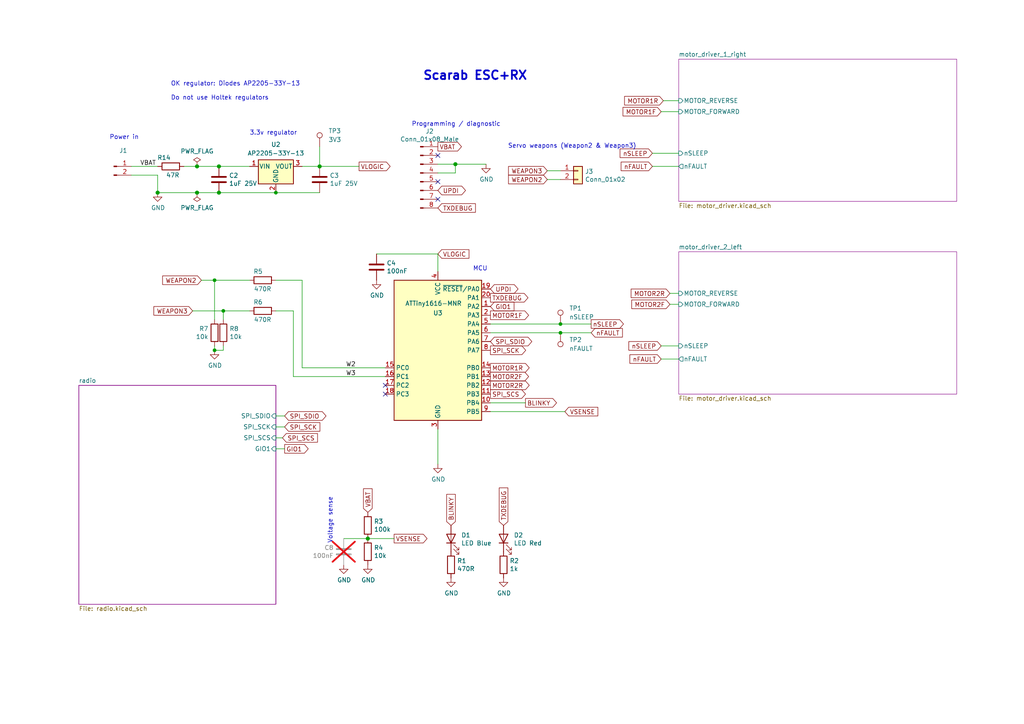
<source format=kicad_sch>
(kicad_sch (version 20230121) (generator eeschema)
  (paper "A4")
  (title_block (title "Scarab ESC+RX") (date "2024-02-04") (company "Mark Robson"))
  (lib_symbols
    (symbol "Connector:Conn_01x02_Pin" (pin_names (offset 1.016) hide)
      (property "Reference" "J" (at 0 2.54 0))
      (property "Value" "Conn_01x02_Pin" (at 0 -5.08 0))
      (symbol "Conn_01x02_Pin_1_1"
        (polyline (pts (xy 1.27 -2.54) (xy 0.8636 -2.54)) (stroke (width 0.1524)))
        (polyline (pts (xy 1.27 0) (xy 0.8636 0)) (stroke (width 0.1524)))
        (rectangle (start 0.8636 -2.413) (end 0 -2.667) (stroke (width 0.1524)) (fill (type outline)))
        (rectangle (start 0.8636 0.127) (end 0 -0.127) (stroke (width 0.1524)) (fill (type outline)))
        (pin passive line (at 5.08 0 180) (length 3.81) (name "Pin_1") (number "1"))
        (pin passive line (at 5.08 -2.54 180) (length 3.81) (name "Pin_2") (number "2"))
      )
    )
    (symbol "Connector:Conn_01x08_Pin" (pin_names (offset 1.016) hide)
      (property "Reference" "J" (at 0 10.16 0))
      (property "Value" "Conn_01x08_Pin" (at 0 -12.7 0))
      (symbol "Conn_01x08_Pin_1_1"
        (polyline (pts (xy 1.27 -10.16) (xy 0.8636 -10.16)) (stroke (width 0.1524)))
        (polyline (pts (xy 1.27 -7.62) (xy 0.8636 -7.62)) (stroke (width 0.1524)))
        (polyline (pts (xy 1.27 -5.08) (xy 0.8636 -5.08)) (stroke (width 0.1524)))
        (polyline (pts (xy 1.27 -2.54) (xy 0.8636 -2.54)) (stroke (width 0.1524)))
        (polyline (pts (xy 1.27 0) (xy 0.8636 0)) (stroke (width 0.1524)))
        (polyline (pts (xy 1.27 2.54) (xy 0.8636 2.54)) (stroke (width 0.1524)))
        (polyline (pts (xy 1.27 5.08) (xy 0.8636 5.08)) (stroke (width 0.1524)))
        (polyline (pts (xy 1.27 7.62) (xy 0.8636 7.62)) (stroke (width 0.1524)))
        (rectangle (start 0.8636 -10.033) (end 0 -10.287) (stroke (width 0.1524)) (fill (type outline)))
        (rectangle (start 0.8636 -7.493) (end 0 -7.747) (stroke (width 0.1524)) (fill (type outline)))
        (rectangle (start 0.8636 -4.953) (end 0 -5.207) (stroke (width 0.1524)) (fill (type outline)))
        (rectangle (start 0.8636 -2.413) (end 0 -2.667) (stroke (width 0.1524)) (fill (type outline)))
        (rectangle (start 0.8636 0.127) (end 0 -0.127) (stroke (width 0.1524)) (fill (type outline)))
        (rectangle (start 0.8636 2.667) (end 0 2.413) (stroke (width 0.1524)) (fill (type outline)))
        (rectangle (start 0.8636 5.207) (end 0 4.953) (stroke (width 0.1524)) (fill (type outline)))
        (rectangle (start 0.8636 7.747) (end 0 7.493) (stroke (width 0.1524)) (fill (type outline)))
        (pin passive line (at 5.08 7.62 180) (length 3.81) (name "Pin_1") (number "1"))
        (pin passive line (at 5.08 5.08 180) (length 3.81) (name "Pin_2") (number "2"))
        (pin passive line (at 5.08 2.54 180) (length 3.81) (name "Pin_3") (number "3"))
        (pin passive line (at 5.08 0 180) (length 3.81) (name "Pin_4") (number "4"))
        (pin passive line (at 5.08 -2.54 180) (length 3.81) (name "Pin_5") (number "5"))
        (pin passive line (at 5.08 -5.08 180) (length 3.81) (name "Pin_6") (number "6"))
        (pin passive line (at 5.08 -7.62 180) (length 3.81) (name "Pin_7") (number "7"))
        (pin passive line (at 5.08 -10.16 180) (length 3.81) (name "Pin_8") (number "8"))
      )
    )
    (symbol "Connector:TestPoint" (pin_numbers hide) (pin_names (offset 0.762) hide)
      (property "Reference" "TP" (at 0 6.858 0))
      (property "Value" "TestPoint" (at 0 5.08 0))
      (symbol "TestPoint_0_1"
        (circle (center 0 3.302) (radius 0.762))
      )
      (symbol "TestPoint_1_1"
        (pin passive line (at 0 0 90) (length 2.54) (name "1") (number "1"))
      )
    )
    (symbol "Connector_Generic:Conn_01x02" (pin_names (offset 1.016) hide)
      (property "Reference" "J" (at 0 2.54 0))
      (property "Value" "Conn_01x02" (at 0 -5.08 0))
      (symbol "Conn_01x02_1_1"
        (rectangle (start -1.27 -2.413) (end 0 -2.667) (stroke (width 0.1524)))
        (rectangle (start -1.27 0.127) (end 0 -0.127) (stroke (width 0.1524)))
        (rectangle (start -1.27 1.27) (end 1.27 -3.81) (stroke (width 0.254)) (fill (type background)))
        (pin passive line (at -5.08 0 0) (length 3.81) (name "Pin_1") (number "1"))
        (pin passive line (at -5.08 -2.54 0) (length 3.81) (name "Pin_2") (number "2"))
      )
    )
    (symbol "Device:C" (pin_numbers hide) (pin_names (offset 0.254))
      (property "Reference" "C" (at 0.635 2.54 0))
      (property "Value" "C" (at 0.635 -2.54 0))
      (symbol "C_0_1"
        (polyline (pts (xy -2.032 -0.762) (xy 2.032 -0.762)) (stroke (width 0.508)))
        (polyline (pts (xy -2.032 0.762) (xy 2.032 0.762)) (stroke (width 0.508)))
      )
      (symbol "C_1_1"
        (pin passive line (at 0 3.81 270) (length 2.794) (name "~") (number "1"))
        (pin passive line (at 0 -3.81 90) (length 2.794) (name "~") (number "2"))
      )
    )
    (symbol "Device:LED" (pin_numbers hide) (pin_names (offset 1.016) hide)
      (property "Reference" "D" (at 0 2.54 0))
      (property "Value" "LED" (at 0 -2.54 0))
      (symbol "LED_0_1"
        (polyline (pts (xy -1.27 -1.27) (xy -1.27 1.27)) (stroke (width 0.254)))
        (polyline (pts (xy -1.27 0) (xy 1.27 0)))
        (polyline (pts (xy 1.27 -1.27) (xy 1.27 1.27) (xy -1.27 0) (xy 1.27 -1.27)) (stroke (width 0.254)))
        (polyline (pts (xy -3.048 -0.762) (xy -4.572 -2.286) (xy -3.81 -2.286) (xy -4.572 -2.286) (xy -4.572 -1.524)))
        (polyline (pts (xy -1.778 -0.762) (xy -3.302 -2.286) (xy -2.54 -2.286) (xy -3.302 -2.286) (xy -3.302 -1.524)))
      )
      (symbol "LED_1_1"
        (pin passive line (at -3.81 0 0) (length 2.54) (name "K") (number "1"))
        (pin passive line (at 3.81 0 180) (length 2.54) (name "A") (number "2"))
      )
    )
    (symbol "Device:R" (pin_numbers hide) (pin_names (offset 0))
      (property "Reference" "R" (at 2.032 0 90))
      (property "Value" "R" (at 0 0 90))
      (symbol "R_0_1"
        (rectangle (start -1.016 -2.54) (end 1.016 2.54) (stroke (width 0.254)))
      )
      (symbol "R_1_1"
        (pin passive line (at 0 3.81 270) (length 1.27) (name "~") (number "1"))
        (pin passive line (at 0 -3.81 90) (length 1.27) (name "~") (number "2"))
      )
    )
    (symbol "MCU_Microchip_ATtiny:ATtiny1616-M"
      (property "Reference" "U" (at -12.7 21.59 0))
      (property "Value" "ATtiny1616-M" (at 2.54 -21.59 0))
      (symbol "ATtiny1616-M_0_1"
        (rectangle (start -12.7 -20.32) (end 12.7 20.32) (stroke (width 0.254)) (fill (type background)))
      )
      (symbol "ATtiny1616-M_1_1"
        (pin bidirectional line (at 15.24 12.7 180) (length 2.54) (name "PA2") (number "1"))
        (pin bidirectional line (at 15.24 -15.24 180) (length 2.54) (name "PB4") (number "10"))
        (pin bidirectional line (at 15.24 -12.7 180) (length 2.54) (name "PB3") (number "11"))
        (pin bidirectional line (at 15.24 -10.16 180) (length 2.54) (name "PB2") (number "12"))
        (pin bidirectional line (at 15.24 -7.62 180) (length 2.54) (name "PB1") (number "13"))
        (pin bidirectional line (at 15.24 -5.08 180) (length 2.54) (name "PB0") (number "14"))
        (pin bidirectional line (at -15.24 -5.08 0) (length 2.54) (name "PC0") (number "15"))
        (pin bidirectional line (at -15.24 -7.62 0) (length 2.54) (name "PC1") (number "16"))
        (pin bidirectional line (at -15.24 -10.16 0) (length 2.54) (name "PC2") (number "17"))
        (pin bidirectional line (at -15.24 -12.7 0) (length 2.54) (name "PC3") (number "18"))
        (pin bidirectional line (at 15.24 17.78 180) (length 2.54) (name "~{RESET}/PA0") (number "19"))
        (pin bidirectional line (at 15.24 10.16 180) (length 2.54) (name "PA3") (number "2"))
        (pin bidirectional line (at 15.24 15.24 180) (length 2.54) (name "PA1") (number "20"))
        (pin passive line (at 0 -22.86 90) (length 2.54) hide (name "GND") (number "21"))
        (pin power_in line (at 0 -22.86 90) (length 2.54) (name "GND") (number "3"))
        (pin power_in line (at 0 22.86 270) (length 2.54) (name "VCC") (number "4"))
        (pin bidirectional line (at 15.24 7.62 180) (length 2.54) (name "PA4") (number "5"))
        (pin bidirectional line (at 15.24 5.08 180) (length 2.54) (name "PA5") (number "6"))
        (pin bidirectional line (at 15.24 2.54 180) (length 2.54) (name "PA6") (number "7"))
        (pin bidirectional line (at 15.24 0 180) (length 2.54) (name "PA7") (number "8"))
        (pin bidirectional line (at 15.24 -17.78 180) (length 2.54) (name "PB5") (number "9"))
      )
    )
    (symbol "power:GND" (power) (pin_names (offset 0))
      (property "Value" "GND" (at 0 -3.81 0))
      (symbol "GND_0_1"
        (polyline (pts (xy 0 0) (xy 0 -1.27) (xy 1.27 -1.27) (xy 0 -2.54) (xy -1.27 -1.27) (xy 0 -1.27)))
      )
      (symbol "GND_1_1"
        (pin power_in line (at 0 0 270) (length 0) hide (name "GND") (number "1"))
      )
    )
    (symbol "power:PWR_FLAG" (power) (pin_numbers hide) (pin_names (offset 0) hide)
      (property "Value" "PWR_FLAG" (at 0 3.81 0))
      (symbol "PWR_FLAG_0_0"
        (pin power_out line (at 0 0 90) (length 0) (name "pwr") (number "1"))
      )
      (symbol "PWR_FLAG_0_1"
        (polyline (pts (xy 0 0) (xy 0 1.27) (xy -1.016 1.905) (xy 0 2.54) (xy 1.016 1.905) (xy 0 1.27)))
      )
    )
    (symbol "scarab:AP2205-33Y-13" (pin_names (offset 0.254))
      (property "Reference" "U" (at -5.08 3.175 0))
      (property "Value" "AP2205-33Y-13" (at 0 3.175 0))
      (symbol "AP2205-33Y-13_0_1"
        (rectangle (start -5.08 1.905) (end 5.08 -5.08) (stroke (width 0.254)) (fill (type background)))
      )
      (symbol "AP2205-33Y-13_1_1"
        (pin power_in line (at -7.62 0 0) (length 2.54) (name "VIN") (number "1"))
        (pin power_in line (at 0 -7.62 90) (length 2.54) (name "GND") (number "2"))
        (pin power_out line (at 7.62 0 180) (length 2.54) (name "VOUT") (number "3"))
      )
    )
  )
  (junction (at 132.08 47.625) (diameter 1.016))
  (junction (at 57.15 55.88) (diameter 1.016))
  (junction (at 62.23 101.6))
  (junction (at 64.77 90.17))
  (junction (at 63.5 55.88) (diameter 1.016))
  (junction (at 92.71 48.26) (diameter 1.016))
  (junction (at 162.56 96.52))
  (junction (at 45.72 55.88) (diameter 1.016))
  (junction (at 162.56 93.98))
  (junction (at 62.23 81.28))
  (junction (at 80.01 55.88))
  (junction (at 57.15 48.26) (diameter 1.016))
  (junction (at 106.68 156.21) (diameter 1.016))
  (junction (at 63.5 48.26) (diameter 1.016))
  (no_connect (at 127 57.785))
  (no_connect (at 111.76 114.3))
  (no_connect (at 127 52.705))
  (no_connect (at 111.76 111.76))
  (no_connect (at 127 45.085))
  (wire (pts (xy 92.71 42.545) (xy 92.71 48.26)))
  (wire (pts (xy 158.75 52.07) (xy 162.56 52.07)))
  (wire (pts (xy 127 73.66) (xy 109.22 73.66)))
  (wire (pts (xy 85.09 90.17) (xy 85.09 109.22)))
  (wire (pts (xy 194.31 88.265) (xy 196.85 88.265)))
  (wire (pts (xy 132.08 50.165) (xy 132.08 47.625)))
  (wire (pts (xy 80.01 120.65) (xy 82.55 120.65)))
  (wire (pts (xy 57.15 48.26) (xy 63.5 48.26)))
  (wire (pts (xy 162.56 93.98) (xy 142.24 93.98)))
  (wire (pts (xy 62.23 100.33) (xy 62.23 101.6)))
  (wire (pts (xy 38.1 48.26) (xy 45.72 48.26)))
  (wire (pts (xy 114.3 156.21) (xy 106.68 156.21)))
  (wire (pts (xy 45.72 55.88) (xy 57.15 55.88)))
  (wire (pts (xy 64.77 90.17) (xy 72.39 90.17)))
  (wire (pts (xy 53.34 48.26) (xy 57.15 48.26)))
  (wire (pts (xy 191.77 100.33) (xy 196.85 100.33)))
  (wire (pts (xy 191.77 32.385) (xy 196.85 32.385)))
  (wire (pts (xy 80.01 123.825) (xy 82.55 123.825)))
  (wire (pts (xy 111.76 106.68) (xy 87.63 106.68)))
  (wire (pts (xy 142.24 119.38) (xy 163.83 119.38)))
  (wire (pts (xy 127 47.625) (xy 132.08 47.625)))
  (wire (pts (xy 191.77 104.14) (xy 196.85 104.14)))
  (wire (pts (xy 87.63 81.28) (xy 80.01 81.28)))
  (wire (pts (xy 55.88 90.17) (xy 64.77 90.17)))
  (wire (pts (xy 80.01 55.88) (xy 92.71 55.88)))
  (wire (pts (xy 80.01 90.17) (xy 85.09 90.17)))
  (wire (pts (xy 62.23 101.6) (xy 64.77 101.6)))
  (wire (pts (xy 194.31 85.09) (xy 196.85 85.09)))
  (wire (pts (xy 64.77 100.33) (xy 64.77 101.6)))
  (wire (pts (xy 87.63 106.68) (xy 87.63 81.28)))
  (wire (pts (xy 58.42 81.28) (xy 62.23 81.28)))
  (wire (pts (xy 63.5 55.88) (xy 80.01 55.88)))
  (wire (pts (xy 162.56 96.52) (xy 142.24 96.52)))
  (wire (pts (xy 127 50.165) (xy 132.08 50.165)))
  (wire (pts (xy 171.45 93.98) (xy 162.56 93.98)))
  (wire (pts (xy 127 73.66) (xy 127 78.74)))
  (wire (pts (xy 62.23 81.28) (xy 72.39 81.28)))
  (wire (pts (xy 80.01 127) (xy 81.915 127)))
  (wire (pts (xy 171.45 96.52) (xy 162.56 96.52)))
  (wire (pts (xy 63.5 48.26) (xy 72.39 48.26)))
  (wire (pts (xy 189.23 44.45) (xy 196.85 44.45)))
  (wire (pts (xy 38.1 50.8) (xy 45.72 50.8)))
  (wire (pts (xy 64.77 90.17) (xy 64.77 92.71)))
  (wire (pts (xy 87.63 48.26) (xy 92.71 48.26)))
  (wire (pts (xy 62.23 81.28) (xy 62.23 92.71)))
  (wire (pts (xy 127 124.46) (xy 127 134.62)))
  (wire (pts (xy 132.08 47.625) (xy 140.97 47.625)))
  (wire (pts (xy 99.695 156.21) (xy 106.68 156.21)))
  (wire (pts (xy 57.15 55.88) (xy 63.5 55.88)))
  (wire (pts (xy 158.75 49.53) (xy 162.56 49.53)))
  (wire (pts (xy 192.405 29.21) (xy 196.85 29.21)))
  (wire (pts (xy 45.72 50.8) (xy 45.72 55.88)))
  (wire (pts (xy 142.24 116.84) (xy 152.4 116.84)))
  (wire (pts (xy 80.01 130.175) (xy 82.55 130.175)))
  (wire (pts (xy 85.09 109.22) (xy 111.76 109.22)))
  (wire (pts (xy 189.23 48.26) (xy 196.85 48.26)))
  (wire (pts (xy 92.71 48.26) (xy 104.14 48.26)))
  (text "Voltage sense" (at 96.52 144.145 90) (effects (font (size 1.27 1.27)) (justify right bottom)))
  (text "Power in" (at 31.75 40.64 0) (effects (font (size 1.27 1.27)) (justify left bottom)))
  (text "Servo weapons (Weapon2 & Weapon3)" (at 147.32 43.18 0) (effects (font (size 1.27 1.27)) (justify left bottom)))
  (text "Programming / diagnostic" (at 119.38 36.83 0) (effects (font (size 1.27 1.27)) (justify left bottom)))
  (text "${TITLE}" (at 122.555 23.495 0) (effects (font (size 2.5 2.5) (thickness 0.5) bold) (justify left bottom)))
  (text "OK regulator: Diodes AP2205-33Y-13\n\nDo not use Holtek regulators" (at 49.53 29.21 0) (effects (font (size 1.27 1.27)) (justify left bottom)))
  (text "MCU\n" (at 137.16 78.74 0) (effects (font (size 1.27 1.27)) (justify left bottom)))
  (text "3.3v regulator" (at 72.39 39.37 0) (effects (font (size 1.27 1.27)) (justify left bottom)))
  (label "W2" (at 100.33 106.68 0))
  (label "VBAT" (at 40.64 48.26 0))
  (label "W3" (at 100.33 109.22 0))
  (global_label "MOTOR1F" (shape output) (at 142.24 91.44 0) (property "Intersheetrefs" "${INTERSHEET_REFS}" (effects hide)))
  (global_label "nSLEEP" (shape input) (at 191.77 100.33 180) (property "Intersheetrefs" "${INTERSHEET_REFS}" (effects hide)))
  (global_label "TXDEBUG" (shape input) (at 127 60.325 0) (property "Intersheetrefs" "${INTERSHEET_REFS}" (effects hide)))
  (global_label "nFAULT" (shape input) (at 191.77 104.14 180) (property "Intersheetrefs" "${INTERSHEET_REFS}" (effects hide)))
  (global_label "SPI_SCS" (shape output) (at 142.24 114.3 0) (property "Intersheetrefs" "${INTERSHEET_REFS}" (effects hide)))
  (global_label "VBAT" (shape output) (at 127 42.545 0) (property "Intersheetrefs" "${INTERSHEET_REFS}" (effects hide)))
  (global_label "SPI_SDIO" (shape bidirectional) (at 142.24 99.06 0) (property "Intersheetrefs" "${INTERSHEET_REFS}" (effects hide)))
  (global_label "BLINKY" (shape input) (at 130.81 152.4 90) (property "Intersheetrefs" "${INTERSHEET_REFS}" (effects hide)))
  (global_label "nFAULT" (shape input) (at 189.23 48.26 180) (property "Intersheetrefs" "${INTERSHEET_REFS}" (effects hide)))
  (global_label "nSLEEP" (shape output) (at 171.45 93.98 0) (property "Intersheetrefs" "${INTERSHEET_REFS}" (effects hide)))
  (global_label "GIO1" (shape output) (at 82.55 130.175 0) (property "Intersheetrefs" "${INTERSHEET_REFS}" (effects hide)))
  (global_label "UPDI" (shape bidirectional) (at 142.24 83.82 0) (property "Intersheetrefs" "${INTERSHEET_REFS}" (effects hide)))
  (global_label "BLINKY" (shape output) (at 152.4 116.84 0) (property "Intersheetrefs" "${INTERSHEET_REFS}" (effects hide)))
  (global_label "MOTOR1F" (shape input) (at 191.77 32.385 180) (property "Intersheetrefs" "${INTERSHEET_REFS}" (effects hide)))
  (global_label "WEAPON2" (shape input) (at 58.42 81.28 180) (property "Intersheetrefs" "${INTERSHEET_REFS}" (effects hide)))
  (global_label "MOTOR1R" (shape output) (at 142.24 106.68 0) (property "Intersheetrefs" "${INTERSHEET_REFS}" (effects hide)))
  (global_label "MOTOR1R" (shape input) (at 192.405 29.21 180) (property "Intersheetrefs" "${INTERSHEET_REFS}" (effects hide)))
  (global_label "VBAT" (shape input) (at 106.68 148.59 90) (property "Intersheetrefs" "${INTERSHEET_REFS}" (effects hide)))
  (global_label "SPI_SCK" (shape output) (at 142.24 101.6 0) (property "Intersheetrefs" "${INTERSHEET_REFS}" (effects hide)))
  (global_label "MOTOR2F" (shape output) (at 142.24 109.22 0) (property "Intersheetrefs" "${INTERSHEET_REFS}" (effects hide)))
  (global_label "MOTOR2F" (shape input) (at 194.31 88.265 180) (property "Intersheetrefs" "${INTERSHEET_REFS}" (effects hide)))
  (global_label "WEAPON2" (shape input) (at 158.75 52.07 180) (property "Intersheetrefs" "${INTERSHEET_REFS}" (effects hide)))
  (global_label "SPI_SDIO" (shape bidirectional) (at 82.55 120.65 0) (property "Intersheetrefs" "${INTERSHEET_REFS}" (effects hide)))
  (global_label "SPI_SCS" (shape input) (at 81.915 127 0) (property "Intersheetrefs" "${INTERSHEET_REFS}" (effects hide)))
  (global_label "VLOGIC" (shape input) (at 127 73.66 0) (property "Intersheetrefs" "${INTERSHEET_REFS}" (effects hide)))
  (global_label "WEAPON3" (shape input) (at 158.75 49.53 180) (property "Intersheetrefs" "${INTERSHEET_REFS}" (effects hide)))
  (global_label "VSENSE" (shape output) (at 114.3 156.21 0) (property "Intersheetrefs" "${INTERSHEET_REFS}" (effects hide)))
  (global_label "nFAULT" (shape input) (at 171.45 96.52 0) (property "Intersheetrefs" "${INTERSHEET_REFS}" (effects hide)))
  (global_label "GIO1" (shape input) (at 142.24 88.9 0) (property "Intersheetrefs" "${INTERSHEET_REFS}" (effects hide)))
  (global_label "UPDI" (shape bidirectional) (at 127 55.245 0) (property "Intersheetrefs" "${INTERSHEET_REFS}" (effects hide)))
  (global_label "nSLEEP" (shape input) (at 189.23 44.45 180) (property "Intersheetrefs" "${INTERSHEET_REFS}" (effects hide)))
  (global_label "MOTOR2R" (shape input) (at 194.31 85.09 180) (property "Intersheetrefs" "${INTERSHEET_REFS}" (effects hide)))
  (global_label "MOTOR2R" (shape output) (at 142.24 111.76 0) (property "Intersheetrefs" "${INTERSHEET_REFS}" (effects hide)))
  (global_label "TXDEBUG" (shape input) (at 146.05 152.4 90) (property "Intersheetrefs" "${INTERSHEET_REFS}" (effects hide)))
  (global_label "TXDEBUG" (shape output) (at 142.24 86.36 0) (property "Intersheetrefs" "${INTERSHEET_REFS}" (effects hide)))
  (global_label "WEAPON3" (shape input) (at 55.88 90.17 180) (property "Intersheetrefs" "${INTERSHEET_REFS}" (effects hide)))
  (global_label "VLOGIC" (shape output) (at 104.14 48.26 0) (property "Intersheetrefs" "${INTERSHEET_REFS}" (effects hide)))
  (global_label "VSENSE" (shape input) (at 163.83 119.38 0) (property "Intersheetrefs" "${INTERSHEET_REFS}" (effects hide)))
  (global_label "SPI_SCK" (shape input) (at 82.55 123.825 0) (property "Intersheetrefs" "${INTERSHEET_REFS}" (effects hide)))
  (symbol (lib_id "Device:R") (at 49.53 48.26 90) (unit 1)
    (property "Reference" "R14" (at 49.53 45.72 90) (effects (justify left)))
    (property "Value" "47R" (at 52.07 50.8 90) (effects (justify left)))
    (property "Footprint" "Resistor_SMD:R_0402_1005Metric" (effects hide))
    (property "Manufacturer" "Uniroyal" (effects hide))
  )
  (symbol (lib_id "power:GND") (at 106.68 163.83 0) (unit 1)
    (property "Reference" "#PWR07" (effects hide))
    (property "Value" "GND" (at 106.807 168.2242 0))
  )
  (symbol (lib_id "Device:LED") (at 146.05 156.21 90) (unit 1)
    (property "Reference" "D2" (at 149.0218 155.2194 90) (effects (justify right)))
    (property "Value" "LED Red" (at 149.0218 157.5308 90) (effects (justify right)))
    (property "Footprint" "LED_SMD:LED_0603_1608Metric" (effects hide))
    (property "LCSC" "C2286" (effects hide))
    (property "MPN" "KT-0603R" (effects hide))
    (property "Manufacturer" "Hubei KENTO" (effects hide))
  )
  (symbol (lib_id "Connector:TestPoint") (at 92.71 42.545 0) (unit 1)
    (property "Reference" "TP3" (at 95.25 37.973 0) (effects (justify left)))
    (property "Value" "3V3" (at 95.25 40.513 0) (effects (justify left)))
    (property "Footprint" "TestPoint:TestPoint_Pad_D1.0mm" (effects hide))
  )
  (symbol (lib_id "power:GND") (at 146.05 167.64 0) (unit 1)
    (property "Reference" "#PWR011" (effects hide))
    (property "Value" "GND" (at 146.177 172.0342 0))
  )
  (symbol (lib_id "power:PWR_FLAG") (at 57.15 48.26 0) (unit 1)
    (property "Reference" "#FLG0101" (effects hide))
    (property "Value" "PWR_FLAG" (at 57.15 43.8658 0))
  )
  (symbol (lib_id "Device:R") (at 146.05 163.83 0) (unit 1)
    (property "Reference" "R2" (at 147.828 162.6616 0) (effects (justify left)))
    (property "Value" "1k" (at 147.828 164.973 0) (effects (justify left)))
    (property "Footprint" "Resistor_SMD:R_0402_1005Metric" (effects hide))
    (property "LCSC" "C11702" (effects hide))
    (property "Manufacturer" "Uniroyal" (effects hide))
  )
  (symbol (lib_id "power:GND") (at 45.72 55.88 0) (unit 1)
    (property "Reference" "#PWR02" (effects hide))
    (property "Value" "GND" (at 45.847 60.2742 0))
  )
  (symbol (lib_id "Connector:TestPoint") (at 162.56 96.52 180) (unit 1) (in_bom no)
    (property "Reference" "TP2" (at 165.1 98.552 0) (effects (justify right)))
    (property "Value" "nFAULT" (at 165.1 101.092 0) (effects (justify right)))
    (property "Footprint" "TestPoint:TestPoint_Pad_D1.0mm" (effects hide))
  )
  (symbol (lib_id "Connector:Conn_01x08_Pin") (at 121.92 50.165 0) (unit 1)
    (property "Reference" "J2" (at 124.6124 38.0808 0))
    (property "Value" "Conn_01x08_Male" (at 124.6124 40.3795 0))
    (property "Footprint" "malenki-nano:SOIC_clipProgSmall" (effects hide))
  )
  (symbol (lib_id "power:GND") (at 109.22 81.28 0) (unit 1)
    (property "Reference" "#PWR04" (effects hide))
    (property "Value" "GND" (at 109.347 85.6742 0))
  )
  (symbol (lib_id "Connector:Conn_01x02_Pin") (at 33.02 48.26 0) (unit 1)
    (property "Reference" "J1" (at 35.7632 43.6626 0))
    (property "Value" "Conn_01x02_Male-Connector" (effects hide))
    (property "Footprint" "malenki-nano:beetlepower" (effects hide))
  )
  (symbol (lib_id "Device:R") (at 64.77 96.52 0) (unit 1)
    (property "Reference" "R8" (at 66.548 95.3516 0) (effects (justify left)))
    (property "Value" "10k" (at 66.548 97.663 0) (effects (justify left)))
    (property "Footprint" "Resistor_SMD:R_0402_1005Metric" (effects hide))
    (property "LCSC" "C25744" (effects hide))
    (property "Manufacturer" "Uniroyal" (effects hide))
  )
  (symbol (lib_id "power:GND") (at 140.97 47.625 0) (unit 1)
    (property "Reference" "#PWR023" (effects hide))
    (property "Value" "GND" (at 141.097 52.0192 0))
  )
  (symbol (lib_id "power:GND") (at 130.81 167.64 0) (unit 1)
    (property "Reference" "#PWR06" (effects hide))
    (property "Value" "GND" (at 130.937 172.0342 0))
  )
  (symbol (lib_id "Device:C") (at 109.22 77.47 0) (unit 1)
    (property "Reference" "C4" (at 112.141 76.3016 0) (effects (justify left)))
    (property "Value" "100nF" (at 112.141 78.613 0) (effects (justify left)))
    (property "Footprint" "Capacitor_SMD:C_0402_1005Metric_Pad0.74x0.62mm_HandSolder" (effects hide))
    (property "LCSC" "C307331" (effects hide))
    (property "Manufacturer" "Samsung" (effects hide))
  )
  (symbol (lib_id "power:GND") (at 127 134.62 0) (unit 1)
    (property "Reference" "#PWR05" (effects hide))
    (property "Value" "GND" (at 127.127 139.0142 0))
  )
  (symbol (lib_id "Device:LED") (at 130.81 156.21 90) (unit 1)
    (property "Reference" "D1" (at 133.7818 155.2194 90) (effects (justify right)))
    (property "Value" "LED Blue" (at 133.7818 157.5308 90) (effects (justify right)))
    (property "Footprint" "LED_SMD:LED_0603_1608Metric" (effects hide))
    (property "LCSC" "C72041" (effects hide))
    (property "MPN" "19-217/BHC-ZL1M2RY/3T" (effects hide))
    (property "Manufacturer" "Everlight" (effects hide))
  )
  (symbol (lib_id "Device:C") (at 99.695 160.02 0) (mirror y) (unit 1) (in_bom no) (dnp yes)
    (property "Reference" "C8" (at 96.774 158.8516 0) (effects (justify left)))
    (property "Value" "100nF" (at 96.774 161.163 0) (effects (justify left)))
    (property "Footprint" "Capacitor_SMD:C_0402_1005Metric_Pad0.74x0.62mm_HandSolder" (effects hide))
    (property "LCSC" "C307331" (effects hide))
    (property "Manufacturer" "Samsung" (effects hide))
  )
  (symbol (lib_id "Connector:TestPoint") (at 162.56 93.98 0) (unit 1) (in_bom no)
    (property "Reference" "TP1" (at 165.1 89.408 0) (effects (justify left)))
    (property "Value" "nSLEEP" (at 165.1 91.948 0) (effects (justify left)))
    (property "Footprint" "TestPoint:TestPoint_Pad_D1.0mm" (effects hide))
  )
  (symbol (lib_id "Device:R") (at 106.68 152.4 0) (unit 1)
    (property "Reference" "R3" (at 108.458 151.2316 0) (effects (justify left)))
    (property "Value" "100k" (at 108.458 153.543 0) (effects (justify left)))
    (property "Footprint" "Resistor_SMD:R_0402_1005Metric" (effects hide))
    (property "LCSC" "C25741" (effects hide))
  )
  (symbol (lib_id "Device:C") (at 92.71 52.07 0) (unit 1)
    (property "Reference" "C3" (at 95.631 50.9016 0) (effects (justify left)))
    (property "Value" "1uF 25V" (at 95.631 53.213 0) (effects (justify left)))
    (property "Footprint" "Capacitor_SMD:C_0603_1608Metric" (effects hide))
    (property "LCSC" "C15849" (effects hide))
    (property "Manufacturer" "Samsung" (effects hide))
  )
  (symbol (lib_id "Device:R") (at 62.23 96.52 0) (mirror y) (unit 1)
    (property "Reference" "R7" (at 60.452 95.3516 0) (effects (justify left)))
    (property "Value" "10k" (at 60.452 97.663 0) (effects (justify left)))
    (property "Footprint" "Resistor_SMD:R_0402_1005Metric" (effects hide))
    (property "LCSC" "C25744" (effects hide))
    (property "Manufacturer" "Uniroyal" (effects hide))
  )
  (symbol (lib_id "Device:C") (at 63.5 52.07 0) (unit 1)
    (property "Reference" "C2" (at 66.421 50.9016 0) (effects (justify left)))
    (property "Value" "1uF 25V" (at 66.421 53.213 0) (effects (justify left)))
    (property "Footprint" "Capacitor_SMD:C_0603_1608Metric" (effects hide))
    (property "LCSC" "C15849" (effects hide))
    (property "Manufacturer" "Samsung" (effects hide))
  )
  (symbol (lib_id "power:GND") (at 99.695 163.83 0) (unit 1)
    (property "Reference" "#PWR033" (effects hide))
    (property "Value" "GND" (at 99.822 168.2242 0))
  )
  (symbol (lib_id "Device:R") (at 76.2 90.17 90) (unit 1)
    (property "Reference" "R6" (at 76.2 87.63 90) (effects (justify left)))
    (property "Value" "470R" (at 78.74 92.71 90) (effects (justify left)))
    (property "Footprint" "Resistor_SMD:R_0402_1005Metric" (effects hide))
    (property "LCSC" "C25117" (effects hide))
    (property "Manufacturer" "Uniroyal" (effects hide))
  )
  (symbol (lib_id "Device:R") (at 76.2 81.28 90) (unit 1)
    (property "Reference" "R5" (at 76.2 78.74 90) (effects (justify left)))
    (property "Value" "470R" (at 78.74 83.82 90) (effects (justify left)))
    (property "Footprint" "Resistor_SMD:R_0402_1005Metric" (effects hide))
    (property "LCSC" "C25117" (effects hide))
    (property "Manufacturer" "Uniroyal" (effects hide))
  )
  (symbol (lib_id "Device:R") (at 106.68 160.02 0) (unit 1)
    (property "Reference" "R4" (at 108.458 158.8516 0) (effects (justify left)))
    (property "Value" "10k" (at 108.458 161.163 0) (effects (justify left)))
    (property "Footprint" "Resistor_SMD:R_0402_1005Metric" (effects hide))
    (property "LCSC" "C25744" (effects hide))
    (property "Manufacturer" "Uniroyal" (effects hide))
  )
  (symbol (lib_id "Connector_Generic:Conn_01x02") (at 167.64 49.53 0) (unit 1) (in_bom no)
    (property "Reference" "J3" (at 169.672 49.7332 0) (effects (justify left)))
    (property "Value" "Conn_01x02" (at 169.672 52.0446 0) (effects (justify left)))
    (property "Footprint" "malenki-nano:wirepad_2" (effects hide))
  )
  (symbol (lib_id "MCU_Microchip_ATtiny:ATtiny1616-M") (at 127 101.6 0) (unit 1)
    (property "Reference" "U3" (at 127 90.7858 0))
    (property "Value" "ATTiny1616-MNR" (at 125.73 88.0045 0))
    (property "Footprint" "Package_DFN_QFN:VQFN-20-1EP_3x3mm_P0.4mm_EP1.7x1.7mm" (effects hide))
    (property "Datasheet" "http://ww1.microchip.com/downloads/en/DeviceDoc/ATtiny3216_ATtiny1616-data-sheet-40001997B.pdf" (effects hide))
    (property "MPN" "ATtiny1616-MNR" (effects hide))
    (property "Manufacturer" "MICROCHIP" (effects hide))
    (property "LCSC" "C507118" (effects hide))
    (property "PartNumber" "ATtiny1616-MNR" (effects hide))
  )
  (symbol (lib_id "power:GND") (at 62.23 101.6 0) (unit 1)
    (property "Reference" "#PWR0101" (effects hide))
    (property "Value" "GND" (at 62.357 105.9942 0))
  )
  (symbol (lib_id "scarab:AP2205-33Y-13") (at 80.01 48.26 0) (unit 1)
    (property "Reference" "U2" (at 80.01 41.91 0))
    (property "Value" "AP2205-33Y-13" (at 80.01 44.45 0))
    (property "Footprint" "Package_TO_SOT_SMD:SOT-89-3" (effects hide))
    (property "Datasheet" "https://www.diodes.com/assets/Datasheets/AP2205.pdf" (effects hide))
    (property "LCSC" "C5205181" (effects hide))
    (property "Manufacturer" "Diodes" (effects hide))
    (property "MPN" "AP2205-33Y-13" (effects hide))
    (property "PartNumber" "AP2205-33Y-13" (effects hide))
  )
  (symbol (lib_id "power:PWR_FLAG") (at 57.15 55.88 180) (unit 1)
    (property "Reference" "#FLG0102" (effects hide))
    (property "Value" "PWR_FLAG" (at 57.15 60.2742 0))
  )
  (symbol (lib_id "Device:R") (at 130.81 163.83 0) (unit 1)
    (property "Reference" "R1" (at 132.588 162.6616 0) (effects (justify left)))
    (property "Value" "470R" (at 132.588 164.973 0) (effects (justify left)))
    (property "Footprint" "Resistor_SMD:R_0402_1005Metric" (effects hide))
    (property "LCSC" "C25117" (effects hide))
    (property "Manufacturer" "Uniroyal" (effects hide))
  )
  (sheet (at 196.85 73.025) (size 80.645 41.275) (stroke (width 0.001) (color 132 0 132 1)) (fill (color 255 255 255 0.0000))
    (property "Sheetname" "motor_driver_2_left" (at 196.85 72.3891 0) (effects (justify left bottom)))
    (property "Sheetfile" "motor_driver.kicad_sch" (at 196.85 114.8089 0) (effects (justify left top)))
    (pin "MOTOR_REVERSE" input (at 196.85 85.09 180))
    (pin "MOTOR_FORWARD" input (at 196.85 88.265 180))
    (pin "nSLEEP" input (at 196.85 100.33 180))
    (pin "nFAULT" output (at 196.85 104.14 180))
  )
  (sheet (at 196.85 17.145) (size 80.645 41.275) (stroke (width 0.001) (color 132 0 132 1)) (fill (color 255 255 255 0.0000))
    (property "Sheetname" "motor_driver_1_right" (at 196.85 16.5091 0) (effects (justify left bottom)))
    (property "Sheetfile" "motor_driver.kicad_sch" (at 196.85 58.9289 0) (effects (justify left top)))
    (pin "MOTOR_REVERSE" input (at 196.85 29.21 180))
    (pin "MOTOR_FORWARD" input (at 196.85 32.385 180))
    (pin "nSLEEP" input (at 196.85 44.45 180))
    (pin "nFAULT" output (at 196.85 48.26 180))
  )
  (sheet (at 22.86 111.76) (size 57.15 63.5) (stroke (width 0.1524) (color 132 0 132 1)) (fill (color 255 255 255 0.0000))
    (property "Sheetname" "radio" (at 22.86 111.1245 0) (effects (justify left bottom)))
    (property "Sheetfile" "radio.kicad_sch" (at 22.86 175.7685 0) (effects (justify left top)))
    (pin "SPI_SDIO" input (at 80.01 120.65 0))
    (pin "SPI_SCK" input (at 80.01 123.825 0))
    (pin "SPI_SCS" input (at 80.01 127 0))
    (pin "GIO1" input (at 80.01 130.175 0))
  )
)
</source>
